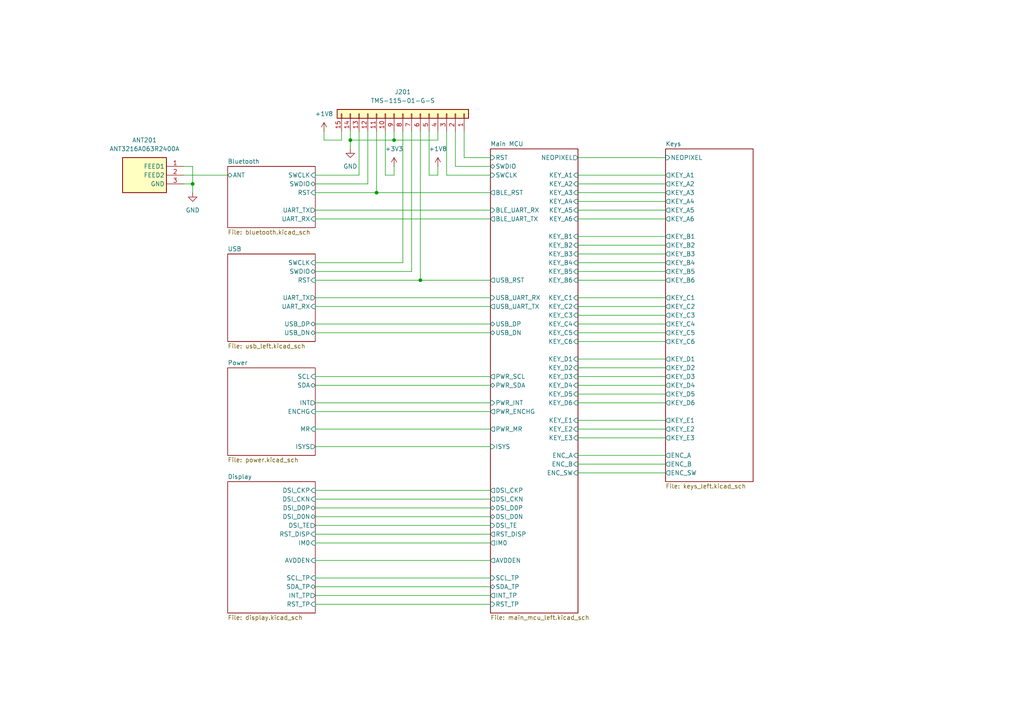
<source format=kicad_sch>
(kicad_sch (version 20231120) (generator "eeschema") (generator_version "8.0")
  (paper "A4")
  (lib_symbols
    (symbol "ANT3216A063R2400A:ANT3216A063R2400A"
      (property "Reference" "ANT" (at 19.05 7.62 0))
      (property "Value" "ANT3216A063R2400A" (at 19.05 5.08 0))
      (symbol "ANT3216A063R2400A_1_1"
        (rectangle (start 5.08 2.54) (end 17.78 -7.62) (stroke (width 0.254)) (fill (type background)))
        (pin input line (at 0 0 0) (length 5.08) (name "FEED1") (number "1"))
        (pin input line (at 0 -2.54 0) (length 5.08) (name "FEED2") (number "2"))
        (pin unspecified line (at 0 -5.08 0) (length 5.08) (name "GND") (number "3"))
      )
    )
    (symbol "Connector_Generic:Conn_01x15" (pin_names (offset 1.016) hide)
      (property "Reference" "J" (at 0 20.32 0))
      (property "Value" "Conn_01x15" (at 0 -20.32 0))
      (symbol "Conn_01x15_1_1"
        (rectangle (start -1.27 -17.653) (end 0 -17.907) (stroke (width 0.1524)))
        (rectangle (start -1.27 -15.113) (end 0 -15.367) (stroke (width 0.1524)))
        (rectangle (start -1.27 -12.573) (end 0 -12.827) (stroke (width 0.1524)))
        (rectangle (start -1.27 -10.033) (end 0 -10.287) (stroke (width 0.1524)))
        (rectangle (start -1.27 -7.493) (end 0 -7.747) (stroke (width 0.1524)))
        (rectangle (start -1.27 -4.953) (end 0 -5.207) (stroke (width 0.1524)))
        (rectangle (start -1.27 -2.413) (end 0 -2.667) (stroke (width 0.1524)))
        (rectangle (start -1.27 0.127) (end 0 -0.127) (stroke (width 0.1524)))
        (rectangle (start -1.27 2.667) (end 0 2.413) (stroke (width 0.1524)))
        (rectangle (start -1.27 5.207) (end 0 4.953) (stroke (width 0.1524)))
        (rectangle (start -1.27 7.747) (end 0 7.493) (stroke (width 0.1524)))
        (rectangle (start -1.27 10.287) (end 0 10.033) (stroke (width 0.1524)))
        (rectangle (start -1.27 12.827) (end 0 12.573) (stroke (width 0.1524)))
        (rectangle (start -1.27 15.367) (end 0 15.113) (stroke (width 0.1524)))
        (rectangle (start -1.27 17.907) (end 0 17.653) (stroke (width 0.1524)))
        (rectangle (start -1.27 19.05) (end 1.27 -19.05) (stroke (width 0.254)) (fill (type background)))
        (pin passive line (at -5.08 17.78 0) (length 3.81) (name "Pin_1") (number "1"))
        (pin passive line (at -5.08 -5.08 0) (length 3.81) (name "Pin_10") (number "10"))
        (pin passive line (at -5.08 -7.62 0) (length 3.81) (name "Pin_11") (number "11"))
        (pin passive line (at -5.08 -10.16 0) (length 3.81) (name "Pin_12") (number "12"))
        (pin passive line (at -5.08 -12.7 0) (length 3.81) (name "Pin_13") (number "13"))
        (pin passive line (at -5.08 -15.24 0) (length 3.81) (name "Pin_14") (number "14"))
        (pin passive line (at -5.08 -17.78 0) (length 3.81) (name "Pin_15") (number "15"))
        (pin passive line (at -5.08 15.24 0) (length 3.81) (name "Pin_2") (number "2"))
        (pin passive line (at -5.08 12.7 0) (length 3.81) (name "Pin_3") (number "3"))
        (pin passive line (at -5.08 10.16 0) (length 3.81) (name "Pin_4") (number "4"))
        (pin passive line (at -5.08 7.62 0) (length 3.81) (name "Pin_5") (number "5"))
        (pin passive line (at -5.08 5.08 0) (length 3.81) (name "Pin_6") (number "6"))
        (pin passive line (at -5.08 2.54 0) (length 3.81) (name "Pin_7") (number "7"))
        (pin passive line (at -5.08 0 0) (length 3.81) (name "Pin_8") (number "8"))
        (pin passive line (at -5.08 -2.54 0) (length 3.81) (name "Pin_9") (number "9"))
      )
    )
    (symbol "power:+1V8" (power) (pin_numbers hide) (pin_names (offset 0) hide)
      (property "Value" "+1V8" (at 0 3.556 0))
      (symbol "+1V8_0_1"
        (polyline (pts (xy -0.762 1.27) (xy 0 2.54)))
        (polyline (pts (xy 0 0) (xy 0 2.54)))
        (polyline (pts (xy 0 2.54) (xy 0.762 1.27)))
      )
      (symbol "+1V8_1_1"
        (pin power_in line (at 0 0 90) (length 0) (name "~") (number "1"))
      )
    )
    (symbol "power:+3V3" (power) (pin_numbers hide) (pin_names (offset 0) hide)
      (property "Value" "+3V3" (at 0 3.556 0))
      (symbol "+3V3_0_1"
        (polyline (pts (xy -0.762 1.27) (xy 0 2.54)))
        (polyline (pts (xy 0 0) (xy 0 2.54)))
        (polyline (pts (xy 0 2.54) (xy 0.762 1.27)))
      )
      (symbol "+3V3_1_1"
        (pin power_in line (at 0 0 90) (length 0) (name "~") (number "1"))
      )
    )
    (symbol "power:GND" (power) (pin_numbers hide) (pin_names (offset 0) hide)
      (property "Value" "GND" (at 0 -3.81 0))
      (symbol "GND_0_1"
        (polyline (pts (xy 0 0) (xy 0 -1.27) (xy 1.27 -1.27) (xy 0 -2.54) (xy -1.27 -1.27) (xy 0 -1.27)))
      )
      (symbol "GND_1_1"
        (pin power_in line (at 0 0 270) (length 0) (name "~") (number "1"))
      )
    )
  )
  (junction (at 114.3 40.64))
  (junction (at 109.22 55.88))
  (junction (at 55.88 53.34))
  (junction (at 101.6 40.64))
  (junction (at 121.92 81.28))
  (wire (pts (xy 91.44 154.94) (xy 142.24 154.94)))
  (wire (pts (xy 121.92 38.1) (xy 121.92 81.28)))
  (wire (pts (xy 91.44 86.36) (xy 142.24 86.36)))
  (wire (pts (xy 167.64 114.3) (xy 193.04 114.3)))
  (wire (pts (xy 101.6 38.1) (xy 101.6 40.64)))
  (wire (pts (xy 167.64 71.12) (xy 193.04 71.12)))
  (wire (pts (xy 111.76 50.8) (xy 111.76 38.1)))
  (wire (pts (xy 91.44 175.26) (xy 142.24 175.26)))
  (wire (pts (xy 109.22 55.88) (xy 109.22 38.1)))
  (wire (pts (xy 167.64 91.44) (xy 193.04 91.44)))
  (wire (pts (xy 91.44 157.48) (xy 142.24 157.48)))
  (wire (pts (xy 91.44 111.76) (xy 142.24 111.76)))
  (wire (pts (xy 132.08 48.26) (xy 142.24 48.26)))
  (wire (pts (xy 167.64 116.84) (xy 193.04 116.84)))
  (wire (pts (xy 167.64 104.14) (xy 193.04 104.14)))
  (wire (pts (xy 99.06 40.64) (xy 99.06 38.1)))
  (wire (pts (xy 55.88 53.34) (xy 55.88 55.88)))
  (wire (pts (xy 91.44 60.96) (xy 142.24 60.96)))
  (wire (pts (xy 91.44 109.22) (xy 142.24 109.22)))
  (wire (pts (xy 142.24 50.8) (xy 129.54 50.8)))
  (wire (pts (xy 124.46 50.8) (xy 124.46 38.1)))
  (wire (pts (xy 93.98 40.64) (xy 93.98 38.1)))
  (wire (pts (xy 91.44 170.18) (xy 142.24 170.18)))
  (wire (pts (xy 55.88 48.26) (xy 55.88 53.34)))
  (wire (pts (xy 121.92 81.28) (xy 91.44 81.28)))
  (wire (pts (xy 91.44 63.5) (xy 142.24 63.5)))
  (wire (pts (xy 91.44 162.56) (xy 142.24 162.56)))
  (wire (pts (xy 91.44 167.64) (xy 142.24 167.64)))
  (wire (pts (xy 121.92 81.28) (xy 142.24 81.28)))
  (wire (pts (xy 127 38.1) (xy 127 40.64)))
  (wire (pts (xy 167.64 81.28) (xy 193.04 81.28)))
  (wire (pts (xy 167.64 124.46) (xy 193.04 124.46)))
  (wire (pts (xy 91.44 129.54) (xy 142.24 129.54)))
  (wire (pts (xy 91.44 149.86) (xy 142.24 149.86)))
  (wire (pts (xy 167.64 60.96) (xy 193.04 60.96)))
  (wire (pts (xy 127 40.64) (xy 114.3 40.64)))
  (wire (pts (xy 91.44 96.52) (xy 142.24 96.52)))
  (wire (pts (xy 167.64 73.66) (xy 193.04 73.66)))
  (wire (pts (xy 106.68 38.1) (xy 106.68 53.34)))
  (wire (pts (xy 114.3 50.8) (xy 114.3 48.26)))
  (wire (pts (xy 101.6 40.64) (xy 101.6 43.18)))
  (wire (pts (xy 167.64 50.8) (xy 193.04 50.8)))
  (wire (pts (xy 167.64 109.22) (xy 193.04 109.22)))
  (wire (pts (xy 91.44 88.9) (xy 142.24 88.9)))
  (wire (pts (xy 167.64 106.68) (xy 193.04 106.68)))
  (wire (pts (xy 127 50.8) (xy 124.46 50.8)))
  (wire (pts (xy 119.38 38.1) (xy 119.38 78.74)))
  (wire (pts (xy 167.64 68.58) (xy 193.04 68.58)))
  (wire (pts (xy 167.64 55.88) (xy 193.04 55.88)))
  (wire (pts (xy 109.22 55.88) (xy 142.24 55.88)))
  (wire (pts (xy 91.44 116.84) (xy 142.24 116.84)))
  (wire (pts (xy 116.84 76.2) (xy 116.84 38.1)))
  (wire (pts (xy 167.64 53.34) (xy 193.04 53.34)))
  (wire (pts (xy 91.44 76.2) (xy 116.84 76.2)))
  (wire (pts (xy 167.64 96.52) (xy 193.04 96.52)))
  (wire (pts (xy 167.64 137.16) (xy 193.04 137.16)))
  (wire (pts (xy 167.64 134.62) (xy 193.04 134.62)))
  (wire (pts (xy 106.68 53.34) (xy 91.44 53.34)))
  (wire (pts (xy 91.44 119.38) (xy 142.24 119.38)))
  (wire (pts (xy 91.44 50.8) (xy 104.14 50.8)))
  (wire (pts (xy 127 50.8) (xy 127 48.26)))
  (wire (pts (xy 93.98 40.64) (xy 99.06 40.64)))
  (wire (pts (xy 114.3 40.64) (xy 114.3 38.1)))
  (wire (pts (xy 167.64 78.74) (xy 193.04 78.74)))
  (wire (pts (xy 132.08 38.1) (xy 132.08 48.26)))
  (wire (pts (xy 167.64 127) (xy 193.04 127)))
  (wire (pts (xy 167.64 45.72) (xy 193.04 45.72)))
  (wire (pts (xy 91.44 93.98) (xy 142.24 93.98)))
  (wire (pts (xy 53.34 53.34) (xy 55.88 53.34)))
  (wire (pts (xy 91.44 142.24) (xy 142.24 142.24)))
  (wire (pts (xy 167.64 86.36) (xy 193.04 86.36)))
  (wire (pts (xy 119.38 78.74) (xy 91.44 78.74)))
  (wire (pts (xy 134.62 45.72) (xy 142.24 45.72)))
  (wire (pts (xy 53.34 48.26) (xy 55.88 48.26)))
  (wire (pts (xy 167.64 111.76) (xy 193.04 111.76)))
  (wire (pts (xy 91.44 144.78) (xy 142.24 144.78)))
  (wire (pts (xy 167.64 58.42) (xy 193.04 58.42)))
  (wire (pts (xy 167.64 88.9) (xy 193.04 88.9)))
  (wire (pts (xy 91.44 55.88) (xy 109.22 55.88)))
  (wire (pts (xy 53.34 50.8) (xy 66.04 50.8)))
  (wire (pts (xy 167.64 76.2) (xy 193.04 76.2)))
  (wire (pts (xy 167.64 132.08) (xy 193.04 132.08)))
  (wire (pts (xy 167.64 63.5) (xy 193.04 63.5)))
  (wire (pts (xy 134.62 45.72) (xy 134.62 38.1)))
  (wire (pts (xy 101.6 40.64) (xy 114.3 40.64)))
  (wire (pts (xy 91.44 172.72) (xy 142.24 172.72)))
  (wire (pts (xy 91.44 124.46) (xy 142.24 124.46)))
  (wire (pts (xy 91.44 152.4) (xy 142.24 152.4)))
  (wire (pts (xy 167.64 99.06) (xy 193.04 99.06)))
  (wire (pts (xy 104.14 50.8) (xy 104.14 38.1)))
  (wire (pts (xy 91.44 147.32) (xy 142.24 147.32)))
  (wire (pts (xy 167.64 93.98) (xy 193.04 93.98)))
  (wire (pts (xy 167.64 121.92) (xy 193.04 121.92)))
  (wire (pts (xy 111.76 50.8) (xy 114.3 50.8)))
  (wire (pts (xy 129.54 50.8) (xy 129.54 38.1)))
  (symbol (lib_id "power:GND") (at 101.6 43.18 0) (unit 1)
    (property "Reference" "#PWR0202" (effects (hide yes)))
    (property "Value" "GND" (at 101.6 48.26 0))
    (property "Description" "Power symbol creates a global label with name \"GND\" , ground" (effects (hide yes)))
  )
  (symbol (lib_id "ANT3216A063R2400A:ANT3216A063R2400A") (at 53.34 48.26 0) (mirror y) (unit 1)
    (property "Reference" "ANT201" (at 41.91 40.64 0))
    (property "Value" "ANT3216A063R2400A" (at 41.91 43.18 0))
    (property "Footprint" "keyboard_footprints:ANTC3016X65N" (effects (hide yes)))
    (property "Datasheet" "https://media.digikey.com/pdf/Data%20Sheets/Yageo%20PDFs/ANT3216A063R2400A_Rev2014.pdf" (effects (hide yes)))
    (property "Description" "Antennas 1W, 2.45GHz, 3216" (effects (hide yes)))
    (property "Height" "0.65" (effects (hide yes)))
    (property "Mouser Part Number" "603-ANT3216A063R2400" (effects (hide yes)))
    (property "Mouser Price/Stock" "https://www.mouser.co.uk/ProductDetail/Pulse-Electronics/ANT3216A063R2400A?qs=CqAAFKzD4h%252BYK9SO0hbvNw%3D%3D" (effects (hide yes)))
    (property "Manufacturer_Name" "Pulse Electronics" (effects (hide yes)))
    (property "Manufacturer_Part_Number" "ANT3216A063R2400A" (effects (hide yes)))
  )
  (symbol (lib_id "power:+1V8") (at 93.98 38.1 0) (unit 1)
    (property "Reference" "#PWR0201" (effects (hide yes)))
    (property "Value" "+1V8" (at 93.98 33.02 0))
    (property "Description" "Power symbol creates a global label with name \"+1V8\"" (effects (hide yes)))
  )
  (symbol (lib_id "power:+3V3") (at 114.3 48.26 0) (unit 1)
    (property "Reference" "#PWR0203" (effects (hide yes)))
    (property "Value" "+3V3" (at 114.3 43.18 0))
    (property "Description" "Power symbol creates a global label with name \"+3V3\"" (effects (hide yes)))
  )
  (symbol (lib_id "power:+1V8") (at 127 48.26 0) (unit 1)
    (property "Reference" "#PWR0204" (effects (hide yes)))
    (property "Value" "+1V8" (at 127 43.18 0))
    (property "Description" "Power symbol creates a global label with name \"+1V8\"" (effects (hide yes)))
  )
  (symbol (lib_id "Connector_Generic:Conn_01x15") (at 116.84 33.02 270) (mirror x) (unit 1)
    (property "Reference" "J201" (at 116.84 26.67 90))
    (property "Value" "TMS-115-01-G-S" (at 116.84 29.21 90))
    (property "Footprint" "keyboard_footprints:debug_header" (effects (hide yes)))
    (property "Description" "Generic connector, single row, 01x15, script generated (kicad-library-utils/schlib/autogen/connector/)" (effects (hide yes)))
  )
  (symbol (lib_id "power:GND") (at 55.88 55.88 0) (unit 1)
    (property "Reference" "#PWR0205" (effects (hide yes)))
    (property "Value" "GND" (at 55.88 60.96 0))
    (property "Description" "Power symbol creates a global label with name \"GND\" , ground" (effects (hide yes)))
  )
  (sheet (at 66.04 73.66) (size 25.4 25.4) (stroke (width 0.1524))
    (property "Sheetname" "USB" (at 66.04 72.9484 0) (effects (justify left bottom)))
    (property "Sheetfile" "usb_left.kicad_sch" (at 66.04 99.6446 0) (effects (justify left top)))
    (pin "RST" input (at 91.44 81.28 0))
    (pin "UART_TX" output (at 91.44 86.36 0))
    (pin "UART_RX" input (at 91.44 88.9 0))
    (pin "SWDIO" bidirectional (at 91.44 78.74 0))
    (pin "SWCLK" input (at 91.44 76.2 0))
    (pin "USB_DP" bidirectional (at 91.44 93.98 0))
    (pin "USB_DN" bidirectional (at 91.44 96.52 0))
  )
  (sheet (at 193.04 43.18) (size 25.4 96.52) (stroke (width 0.1524))
    (property "Sheetname" "Keys" (at 193.04 42.4684 0) (effects (justify left bottom)))
    (property "Sheetfile" "keys_left.kicad_sch" (at 193.04 140.2846 0) (effects (justify left top)))
    (pin "KEY_B1" output (at 193.04 68.58 180))
    (pin "KEY_A1" output (at 193.04 50.8 180))
    (pin "KEY_C1" output (at 193.04 86.36 180))
    (pin "KEY_D1" output (at 193.04 104.14 180))
    (pin "KEY_B2" output (at 193.04 71.12 180))
    (pin "KEY_C2" output (at 193.04 88.9 180))
    (pin "KEY_A2" output (at 193.04 53.34 180))
    (pin "KEY_D2" output (at 193.04 106.68 180))
    (pin "KEY_D3" output (at 193.04 109.22 180))
    (pin "KEY_A3" output (at 193.04 55.88 180))
    (pin "KEY_B3" output (at 193.04 73.66 180))
    (pin "KEY_C3" output (at 193.04 91.44 180))
    (pin "KEY_E2" output (at 193.04 124.46 180))
    (pin "ENC_B" output (at 193.04 134.62 180))
    (pin "ENC_A" output (at 193.04 132.08 180))
    (pin "KEY_A6" output (at 193.04 63.5 180))
    (pin "KEY_B6" output (at 193.04 81.28 180))
    (pin "KEY_C6" output (at 193.04 99.06 180))
    (pin "KEY_D6" output (at 193.04 116.84 180))
    (pin "ENC_SW" output (at 193.04 137.16 180))
    (pin "KEY_E3" output (at 193.04 127 180))
    (pin "KEY_D5" output (at 193.04 114.3 180))
    (pin "KEY_E1" output (at 193.04 121.92 180))
    (pin "KEY_C5" output (at 193.04 96.52 180))
    (pin "KEY_D4" output (at 193.04 111.76 180))
    (pin "KEY_A4" output (at 193.04 58.42 180))
    (pin "KEY_B4" output (at 193.04 76.2 180))
    (pin "KEY_C4" output (at 193.04 93.98 180))
    (pin "KEY_A5" output (at 193.04 60.96 180))
    (pin "KEY_B5" output (at 193.04 78.74 180))
    (pin "NEOPIXEL" input (at 193.04 45.72 180))
  )
  (sheet (at 66.04 139.7) (size 25.4 38.1) (stroke (width 0.1524))
    (property "Sheetname" "Display" (at 66.04 138.9884 0) (effects (justify left bottom)))
    (property "Sheetfile" "display.kicad_sch" (at 66.04 178.3846 0) (effects (justify left top)))
    (pin "DSI_CKN" input (at 91.44 144.78 0))
    (pin "DSI_CKP" input (at 91.44 142.24 0))
    (pin "DSI_D0N" bidirectional (at 91.44 149.86 0))
    (pin "DSI_D0P" bidirectional (at 91.44 147.32 0))
    (pin "DSI_TE" output (at 91.44 152.4 0))
    (pin "AVDDEN" input (at 91.44 162.56 0))
    (pin "IM0" input (at 91.44 157.48 0))
    (pin "INT_TP" output (at 91.44 172.72 0))
    (pin "RST_DISP" input (at 91.44 154.94 0))
    (pin "RST_TP" input (at 91.44 175.26 0))
    (pin "SCL_TP" input (at 91.44 167.64 0))
    (pin "SDA_TP" bidirectional (at 91.44 170.18 0))
  )
  (sheet (at 66.04 106.68) (size 25.4 25.4) (stroke (width 0.1524))
    (property "Sheetname" "Power" (at 66.04 105.9684 0) (effects (justify left bottom)))
    (property "Sheetfile" "power.kicad_sch" (at 66.04 132.6646 0) (effects (justify left top)))
    (pin "ISYS" output (at 91.44 129.54 0))
    (pin "INT" output (at 91.44 116.84 0))
    (pin "ENCHG" input (at 91.44 119.38 0))
    (pin "MR" input (at 91.44 124.46 0))
    (pin "SCL" input (at 91.44 109.22 0))
    (pin "SDA" bidirectional (at 91.44 111.76 0))
  )
  (sheet (at 66.04 48.26) (size 25.4 17.78) (stroke (width 0.1524))
    (property "Sheetname" "Bluetooth" (at 66.04 47.5484 0) (effects (justify left bottom)))
    (property "Sheetfile" "bluetooth.kicad_sch" (at 66.04 66.6246 0) (effects (justify left top)))
    (pin "SWDIO" bidirectional (at 91.44 53.34 0))
    (pin "SWCLK" input (at 91.44 50.8 0))
    (pin "UART_RX" input (at 91.44 63.5 0))
    (pin "RST" input (at 91.44 55.88 0))
    (pin "UART_TX" output (at 91.44 60.96 0))
    (pin "ANT" bidirectional (at 66.04 50.8 180))
  )
  (sheet (at 142.24 43.18) (size 25.4 134.62) (stroke (width 0.1524))
    (property "Sheetname" "Main MCU" (at 142.24 42.4684 0) (effects (justify left bottom)))
    (property "Sheetfile" "main_mcu_left.kicad_sch" (at 142.24 178.3846 0) (effects (justify left top)))
    (pin "KEY_D5" input (at 167.64 114.3 0))
    (pin "KEY_D2" input (at 167.64 106.68 0))
    (pin "KEY_D4" input (at 167.64 111.76 0))
    (pin "KEY_D1" input (at 167.64 104.14 0))
    (pin "KEY_D6" input (at 167.64 116.84 0))
    (pin "KEY_D3" input (at 167.64 109.22 0))
    (pin "ENC_B" input (at 167.64 134.62 0))
    (pin "KEY_E3" input (at 167.64 127 0))
    (pin "KEY_E2" input (at 167.64 124.46 0))
    (pin "KEY_E1" input (at 167.64 121.92 0))
    (pin "ENC_A" input (at 167.64 132.08 0))
    (pin "ENC_SW" input (at 167.64 137.16 0))
    (pin "KEY_B2" input (at 167.64 71.12 0))
    (pin "KEY_B1" input (at 167.64 68.58 0))
    (pin "KEY_B5" input (at 167.64 78.74 0))
    (pin "KEY_B3" input (at 167.64 73.66 0))
    (pin "KEY_B4" input (at 167.64 76.2 0))
    (pin "KEY_B6" input (at 167.64 81.28 0))
    (pin "KEY_C6" input (at 167.64 99.06 0))
    (pin "KEY_C1" input (at 167.64 86.36 0))
    (pin "KEY_C4" input (at 167.64 93.98 0))
    (pin "KEY_C5" input (at 167.64 96.52 0))
    (pin "KEY_C3" input (at 167.64 91.44 0))
    (pin "KEY_C2" input (at 167.64 88.9 0))
    (pin "KEY_A1" input (at 167.64 50.8 0))
    (pin "KEY_A6" input (at 167.64 63.5 0))
    (pin "KEY_A4" input (at 167.64 58.42 0))
    (pin "KEY_A2" input (at 167.64 53.34 0))
    (pin "KEY_A5" input (at 167.64 60.96 0))
    (pin "KEY_A3" input (at 167.64 55.88 0))
    (pin "NEOPIXEL" output (at 167.64 45.72 0))
    (pin "DSI_CKP" output (at 142.24 142.24 180))
    (pin "DSI_D0P" bidirectional (at 142.24 147.32 180))
    (pin "DSI_CKN" output (at 142.24 144.78 180))
    (pin "USB_DP" bidirectional (at 142.24 93.98 180))
    (pin "USB_DN" bidirectional (at 142.24 96.52 180))
    (pin "DSI_D0N" bidirectional (at 142.24 149.86 180))
    (pin "DSI_TE" input (at 142.24 152.4 180))
    (pin "SWDIO" bidirectional (at 142.24 48.26 180))
    (pin "SWCLK" input (at 142.24 50.8 180))
    (pin "RST" input (at 142.24 45.72 180))
    (pin "BLE_UART_TX" output (at 142.24 63.5 180))
    (pin "USB_UART_RX" input (at 142.24 86.36 180))
    (pin "BLE_UART_RX" input (at 142.24 60.96 180))
    (pin "USB_UART_TX" output (at 142.24 88.9 180))
    (pin "USB_RST" output (at 142.24 81.28 180))
    (pin "BLE_RST" output (at 142.24 55.88 180))
    (pin "PWR_INT" input (at 142.24 116.84 180))
    (pin "PWR_MR" output (at 142.24 124.46 180))
    (pin "PWR_ENCHG" output (at 142.24 119.38 180))
    (pin "ISYS" input (at 142.24 129.54 180))
    (pin "PWR_SCL" output (at 142.24 109.22 180))
    (pin "PWR_SDA" bidirectional (at 142.24 111.76 180))
    (pin "SCL_TP" input (at 142.24 167.64 180))
    (pin "SDA_TP" bidirectional (at 142.24 170.18 180))
    (pin "RST_TP" input (at 142.24 175.26 180))
    (pin "INT_TP" output (at 142.24 172.72 180))
    (pin "RST_DISP" output (at 142.24 154.94 180))
    (pin "IM0" output (at 142.24 157.48 180))
    (pin "AVDDEN" output (at 142.24 162.56 180))
  )
)
</source>
